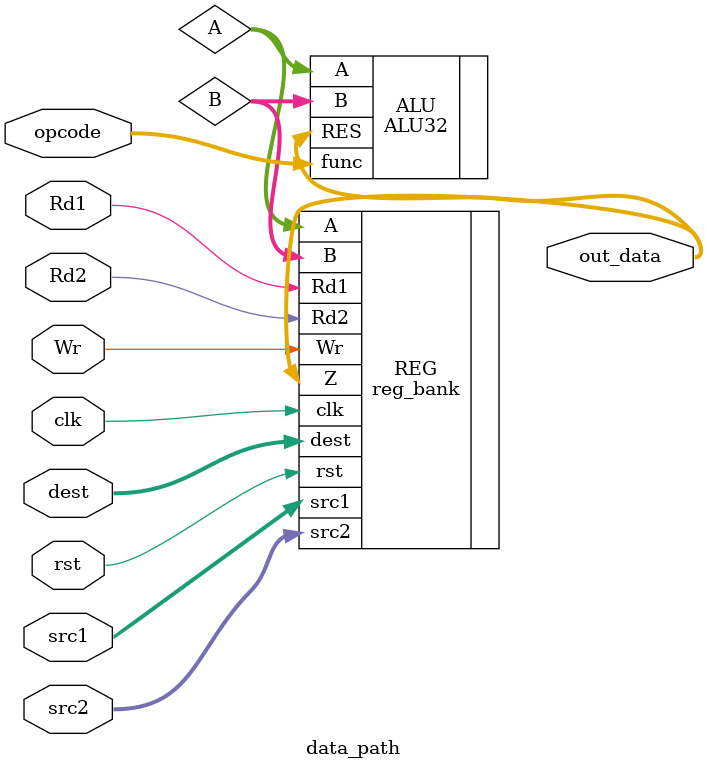
<source format=v>
`timescale 1ns / 1ps

module data_path(
    input wire clk,rst,Wr,Rd1,Rd2,
    input wire [3:0] src1, src2, dest,
    input wire [3:0] opcode,
    output wire [31:0] out_data
    );
    
    wire [31:0] A, B;
    reg_bank REG(.clk(clk),.rst(rst),.src1(src1),.src2(src2),.dest(dest),.A(A),.B(B),.Z(out_data),.Wr(Wr),.Rd1(Rd1),.Rd2(Rd2));
    ALU32 #(.N(32)) ALU(.A(A),.B(B),.RES(out_data),.func(opcode));
    
endmodule
</source>
